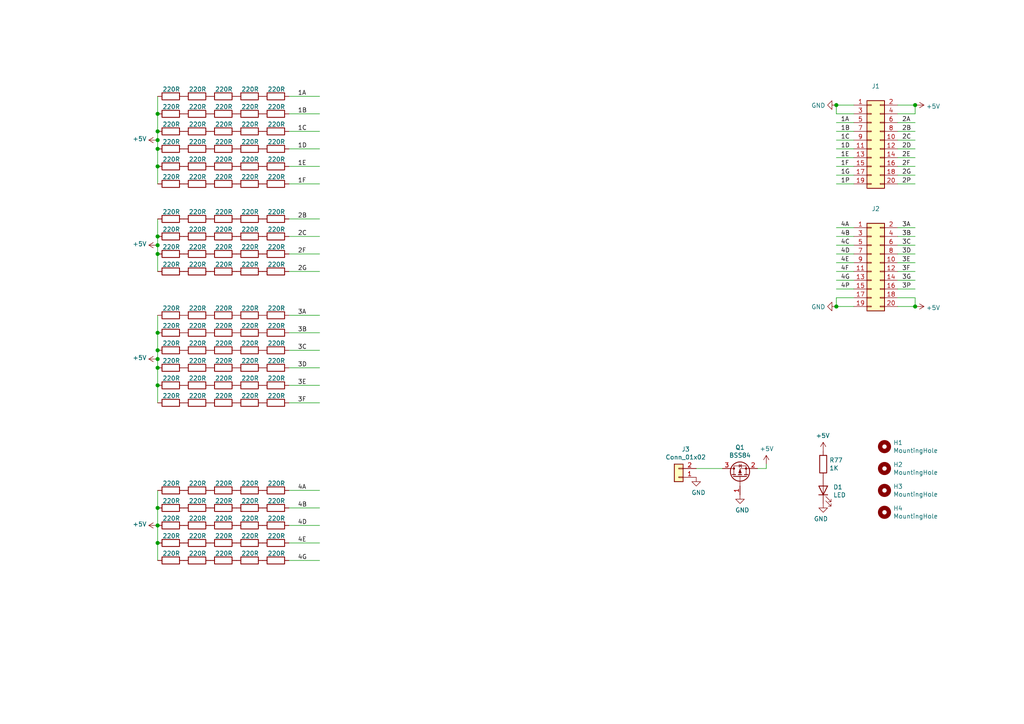
<source format=kicad_sch>
(kicad_sch (version 20201015) (generator eeschema)
  (paper "A4")
  (lib_symbols
    (symbol "Connector_Generic:Conn_01x02" (pin_names (offset 1.016) hide)
      (property "Reference" "J" (at 0 2.54 0))
      (property "Value" "Conn_01x02" (at 0 -5.08 0))
      (symbol "Conn_01x02_1_1"
        (rectangle (start -1.27 -2.413) (end 0 -2.667) (stroke (width 0.1524)))
        (rectangle (start -1.27 0.127) (end 0 -0.127) (stroke (width 0.1524)))
        (rectangle (start -1.27 1.27) (end 1.27 -3.81) (stroke (width 0.254)) (fill (type background)))
        (pin passive line (at -5.08 0 0) (length 3.81) (name "Pin_1") (number "1"))
        (pin passive line (at -5.08 -2.54 0) (length 3.81) (name "Pin_2") (number "2"))
      )
    )
    (symbol "Connector_Generic:Conn_02x10_Odd_Even" (pin_names (offset 1.016) hide)
      (property "Reference" "J" (at 1.27 12.7 0))
      (property "Value" "Conn_02x10_Odd_Even" (at 1.27 -15.24 0))
      (symbol "Conn_02x10_Odd_Even_1_1"
        (rectangle (start -1.27 -4.953) (end 0 -5.207) (stroke (width 0.1524)))
        (rectangle (start -1.27 -7.493) (end 0 -7.747) (stroke (width 0.1524)))
        (rectangle (start -1.27 -10.033) (end 0 -10.287) (stroke (width 0.1524)))
        (rectangle (start -1.27 -12.573) (end 0 -12.827) (stroke (width 0.1524)))
        (rectangle (start -1.27 -2.413) (end 0 -2.667) (stroke (width 0.1524)))
        (rectangle (start -1.27 2.667) (end 0 2.413) (stroke (width 0.1524)))
        (rectangle (start -1.27 5.207) (end 0 4.953) (stroke (width 0.1524)))
        (rectangle (start -1.27 7.747) (end 0 7.493) (stroke (width 0.1524)))
        (rectangle (start -1.27 10.287) (end 0 10.033) (stroke (width 0.1524)))
        (rectangle (start -1.27 11.43) (end 3.81 -13.97) (stroke (width 0.254)) (fill (type background)))
        (rectangle (start -1.27 0.127) (end 0 -0.127) (stroke (width 0.1524)))
        (rectangle (start 3.81 -4.953) (end 2.54 -5.207) (stroke (width 0.1524)))
        (rectangle (start 3.81 -7.493) (end 2.54 -7.747) (stroke (width 0.1524)))
        (rectangle (start 3.81 -10.033) (end 2.54 -10.287) (stroke (width 0.1524)))
        (rectangle (start 3.81 -12.573) (end 2.54 -12.827) (stroke (width 0.1524)))
        (rectangle (start 3.81 -2.413) (end 2.54 -2.667) (stroke (width 0.1524)))
        (rectangle (start 3.81 2.667) (end 2.54 2.413) (stroke (width 0.1524)))
        (rectangle (start 3.81 5.207) (end 2.54 4.953) (stroke (width 0.1524)))
        (rectangle (start 3.81 7.747) (end 2.54 7.493) (stroke (width 0.1524)))
        (rectangle (start 3.81 10.287) (end 2.54 10.033) (stroke (width 0.1524)))
        (rectangle (start 3.81 0.127) (end 2.54 -0.127) (stroke (width 0.1524)))
        (pin passive line (at -5.08 10.16 0) (length 3.81) (name "Pin_1") (number "1"))
        (pin passive line (at 7.62 0 180) (length 3.81) (name "Pin_10") (number "10"))
        (pin passive line (at -5.08 -2.54 0) (length 3.81) (name "Pin_11") (number "11"))
        (pin passive line (at 7.62 -2.54 180) (length 3.81) (name "Pin_12") (number "12"))
        (pin passive line (at -5.08 -5.08 0) (length 3.81) (name "Pin_13") (number "13"))
        (pin passive line (at 7.62 -5.08 180) (length 3.81) (name "Pin_14") (number "14"))
        (pin passive line (at -5.08 -7.62 0) (length 3.81) (name "Pin_15") (number "15"))
        (pin passive line (at 7.62 -7.62 180) (length 3.81) (name "Pin_16") (number "16"))
        (pin passive line (at -5.08 -10.16 0) (length 3.81) (name "Pin_17") (number "17"))
        (pin passive line (at 7.62 -10.16 180) (length 3.81) (name "Pin_18") (number "18"))
        (pin passive line (at -5.08 -12.7 0) (length 3.81) (name "Pin_19") (number "19"))
        (pin passive line (at 7.62 10.16 180) (length 3.81) (name "Pin_2") (number "2"))
        (pin passive line (at 7.62 -12.7 180) (length 3.81) (name "Pin_20") (number "20"))
        (pin passive line (at -5.08 7.62 0) (length 3.81) (name "Pin_3") (number "3"))
        (pin passive line (at 7.62 7.62 180) (length 3.81) (name "Pin_4") (number "4"))
        (pin passive line (at -5.08 5.08 0) (length 3.81) (name "Pin_5") (number "5"))
        (pin passive line (at 7.62 5.08 180) (length 3.81) (name "Pin_6") (number "6"))
        (pin passive line (at -5.08 2.54 0) (length 3.81) (name "Pin_7") (number "7"))
        (pin passive line (at 7.62 2.54 180) (length 3.81) (name "Pin_8") (number "8"))
        (pin passive line (at -5.08 0 0) (length 3.81) (name "Pin_9") (number "9"))
      )
    )
    (symbol "Device:LED" (pin_numbers hide) (pin_names (offset 1.016) hide)
      (property "Reference" "D" (at 0 2.54 0))
      (property "Value" "LED" (at 0 -2.54 0))
      (symbol "LED_0_1"
        (polyline (pts (xy -1.27 -1.27) (xy -1.27 1.27)) (stroke (width 0.254)))
        (polyline (pts (xy -1.27 0) (xy 1.27 0)))
        (polyline (pts (xy 1.27 -1.27) (xy 1.27 1.27) (xy -1.27 0) (xy 1.27 -1.27)) (stroke (width 0.254)))
        (polyline (pts (xy -3.048 -0.762) (xy -4.572 -2.286) (xy -3.81 -2.286) (xy -4.572 -2.286) (xy -4.572 -1.524)))
        (polyline (pts (xy -1.778 -0.762) (xy -3.302 -2.286) (xy -2.54 -2.286) (xy -3.302 -2.286) (xy -3.302 -1.524)))
      )
      (symbol "LED_1_1"
        (pin passive line (at -3.81 0 0) (length 2.54) (name "K") (number "1"))
        (pin passive line (at 3.81 0 180) (length 2.54) (name "A") (number "2"))
      )
    )
    (symbol "Device:R" (pin_numbers hide) (pin_names (offset 0))
      (property "Reference" "R" (at 2.032 0 90))
      (property "Value" "R" (at 0 0 90))
      (symbol "R_0_1"
        (rectangle (start -1.016 -2.54) (end 1.016 2.54) (stroke (width 0.254)))
      )
      (symbol "R_1_1"
        (pin passive line (at 0 3.81 270) (length 1.27) (name "~") (number "1"))
        (pin passive line (at 0 -3.81 90) (length 1.27) (name "~") (number "2"))
      )
    )
    (symbol "Mechanical:MountingHole" (pin_names (offset 1.016))
      (property "Reference" "H" (at 0 5.08 0))
      (property "Value" "MountingHole" (at 0 3.175 0))
      (symbol "MountingHole_0_1"
        (circle (center 0 0) (radius 1.27) (stroke (width 1.27)))
      )
    )
    (symbol "Transistor_FET:BSS84" (pin_names hide)
      (property "Reference" "Q" (at 5.08 1.905 0))
      (property "Value" "BSS84" (at 5.08 0 0))
      (symbol "BSS84_0_1"
        (circle (center 1.651 0) (radius 2.794) (stroke (width 0.254)))
        (circle (center 2.54 -1.778) (radius 0.254) (fill (type outline)))
        (circle (center 2.54 1.778) (radius 0.254) (fill (type outline)))
        (polyline (pts (xy 0.254 0) (xy -2.54 0)))
        (polyline (pts (xy 0.254 1.905) (xy 0.254 -1.905)) (stroke (width 0.254)))
        (polyline (pts (xy 0.762 -1.27) (xy 0.762 -2.286)) (stroke (width 0.254)))
        (polyline (pts (xy 0.762 0.508) (xy 0.762 -0.508)) (stroke (width 0.254)))
        (polyline (pts (xy 0.762 2.286) (xy 0.762 1.27)) (stroke (width 0.254)))
        (polyline (pts (xy 2.54 2.54) (xy 2.54 1.778)))
        (polyline (pts (xy 2.54 -2.54) (xy 2.54 0) (xy 0.762 0)))
        (polyline (pts (xy 0.762 1.778) (xy 3.302 1.778) (xy 3.302 -1.778) (xy 0.762 -1.778)))
        (polyline (pts (xy 2.286 0) (xy 1.27 0.381) (xy 1.27 -0.381) (xy 2.286 0)) (fill (type outline)))
        (polyline (pts (xy 2.794 -0.508) (xy 2.921 -0.381) (xy 3.683 -0.381) (xy 3.81 -0.254)))
        (polyline (pts (xy 3.302 -0.381) (xy 2.921 0.254) (xy 3.683 0.254) (xy 3.302 -0.381)))
      )
      (symbol "BSS84_1_1"
        (pin input line (at -5.08 0 0) (length 2.54) (name "G") (number "1"))
        (pin passive line (at 2.54 -5.08 90) (length 2.54) (name "S") (number "2"))
        (pin passive line (at 2.54 5.08 270) (length 2.54) (name "D") (number "3"))
      )
    )
    (symbol "power:+5V" (power) (pin_names (offset 0))
      (property "Value" "+5V" (at 0 3.556 0))
      (symbol "+5V_0_1"
        (polyline (pts (xy -0.762 1.27) (xy 0 2.54)))
        (polyline (pts (xy 0 0) (xy 0 2.54)))
        (polyline (pts (xy 0 2.54) (xy 0.762 1.27)))
      )
      (symbol "+5V_1_1"
        (pin power_in line (at 0 0 90) (length 0) hide (name "+5V") (number "1"))
      )
    )
    (symbol "power:GND" (power) (pin_names (offset 0))
      (property "Value" "GND" (at 0 -3.81 0))
      (symbol "GND_0_1"
        (polyline (pts (xy 0 0) (xy 0 -1.27) (xy 1.27 -1.27) (xy 0 -2.54) (xy -1.27 -1.27) (xy 0 -1.27)))
      )
      (symbol "GND_1_1"
        (pin power_in line (at 0 0 270) (length 0) hide (name "GND") (number "1"))
      )
    )
  )
  (junction (at 45.72 33.02) (diameter 1.016))
  (junction (at 45.72 38.1) (diameter 1.016))
  (junction (at 45.72 40.64) (diameter 1.016))
  (junction (at 45.72 43.18) (diameter 1.016))
  (junction (at 45.72 48.26) (diameter 1.016))
  (junction (at 45.72 68.58) (diameter 1.016))
  (junction (at 45.72 71.12) (diameter 1.016))
  (junction (at 45.72 73.66) (diameter 1.016))
  (junction (at 45.72 96.52) (diameter 1.016))
  (junction (at 45.72 101.6) (diameter 1.016))
  (junction (at 45.72 104.14) (diameter 1.016))
  (junction (at 45.72 106.68) (diameter 1.016))
  (junction (at 45.72 111.76) (diameter 1.016))
  (junction (at 45.72 147.32) (diameter 1.016))
  (junction (at 45.72 152.4) (diameter 1.016))
  (junction (at 45.72 157.48) (diameter 1.016))
  (junction (at 242.57 30.48) (diameter 1.016))
  (junction (at 242.57 88.9) (diameter 1.016))
  (junction (at 265.43 30.48) (diameter 1.016))
  (junction (at 265.43 88.9) (diameter 1.016))
  (wire (pts (xy 45.72 27.94) (xy 45.72 33.02)))
  (wire (pts (xy 45.72 33.02) (xy 45.72 38.1)))
  (wire (pts (xy 45.72 38.1) (xy 45.72 40.64)))
  (wire (pts (xy 45.72 40.64) (xy 45.72 43.18)))
  (wire (pts (xy 45.72 43.18) (xy 45.72 48.26)))
  (wire (pts (xy 45.72 48.26) (xy 45.72 53.34)))
  (wire (pts (xy 45.72 63.5) (xy 45.72 68.58)))
  (wire (pts (xy 45.72 68.58) (xy 45.72 71.12)))
  (wire (pts (xy 45.72 71.12) (xy 45.72 73.66)))
  (wire (pts (xy 45.72 73.66) (xy 45.72 78.74)))
  (wire (pts (xy 45.72 91.44) (xy 45.72 96.52)))
  (wire (pts (xy 45.72 96.52) (xy 45.72 101.6)))
  (wire (pts (xy 45.72 101.6) (xy 45.72 104.14)))
  (wire (pts (xy 45.72 104.14) (xy 45.72 106.68)))
  (wire (pts (xy 45.72 106.68) (xy 45.72 111.76)))
  (wire (pts (xy 45.72 111.76) (xy 45.72 116.84)))
  (wire (pts (xy 45.72 142.24) (xy 45.72 147.32)))
  (wire (pts (xy 45.72 147.32) (xy 45.72 152.4)))
  (wire (pts (xy 45.72 152.4) (xy 45.72 157.48)))
  (wire (pts (xy 45.72 157.48) (xy 45.72 162.56)))
  (wire (pts (xy 83.82 27.94) (xy 92.71 27.94)))
  (wire (pts (xy 83.82 33.02) (xy 92.71 33.02)))
  (wire (pts (xy 83.82 38.1) (xy 92.71 38.1)))
  (wire (pts (xy 83.82 43.18) (xy 92.71 43.18)))
  (wire (pts (xy 83.82 48.26) (xy 92.71 48.26)))
  (wire (pts (xy 83.82 53.34) (xy 92.71 53.34)))
  (wire (pts (xy 83.82 63.5) (xy 92.71 63.5)))
  (wire (pts (xy 83.82 68.58) (xy 92.71 68.58)))
  (wire (pts (xy 83.82 73.66) (xy 92.71 73.66)))
  (wire (pts (xy 83.82 78.74) (xy 92.71 78.74)))
  (wire (pts (xy 83.82 91.44) (xy 92.71 91.44)))
  (wire (pts (xy 83.82 96.52) (xy 92.71 96.52)))
  (wire (pts (xy 83.82 101.6) (xy 92.71 101.6)))
  (wire (pts (xy 83.82 106.68) (xy 92.71 106.68)))
  (wire (pts (xy 83.82 111.76) (xy 92.71 111.76)))
  (wire (pts (xy 83.82 116.84) (xy 92.71 116.84)))
  (wire (pts (xy 83.82 142.24) (xy 92.71 142.24)))
  (wire (pts (xy 83.82 147.32) (xy 92.71 147.32)))
  (wire (pts (xy 83.82 152.4) (xy 92.71 152.4)))
  (wire (pts (xy 83.82 157.48) (xy 92.71 157.48)))
  (wire (pts (xy 83.82 162.56) (xy 92.71 162.56)))
  (wire (pts (xy 201.93 135.89) (xy 209.55 135.89)))
  (wire (pts (xy 219.71 135.89) (xy 222.25 135.89)))
  (wire (pts (xy 222.25 135.89) (xy 222.25 134.62)))
  (wire (pts (xy 242.57 30.48) (xy 247.65 30.48)))
  (wire (pts (xy 242.57 33.02) (xy 242.57 30.48)))
  (wire (pts (xy 242.57 33.02) (xy 247.65 33.02)))
  (wire (pts (xy 242.57 35.56) (xy 247.65 35.56)))
  (wire (pts (xy 242.57 38.1) (xy 247.65 38.1)))
  (wire (pts (xy 242.57 40.64) (xy 247.65 40.64)))
  (wire (pts (xy 242.57 43.18) (xy 247.65 43.18)))
  (wire (pts (xy 242.57 45.72) (xy 247.65 45.72)))
  (wire (pts (xy 242.57 48.26) (xy 247.65 48.26)))
  (wire (pts (xy 242.57 50.8) (xy 247.65 50.8)))
  (wire (pts (xy 242.57 53.34) (xy 247.65 53.34)))
  (wire (pts (xy 242.57 66.04) (xy 247.65 66.04)))
  (wire (pts (xy 242.57 68.58) (xy 247.65 68.58)))
  (wire (pts (xy 242.57 71.12) (xy 247.65 71.12)))
  (wire (pts (xy 242.57 73.66) (xy 247.65 73.66)))
  (wire (pts (xy 242.57 76.2) (xy 247.65 76.2)))
  (wire (pts (xy 242.57 78.74) (xy 247.65 78.74)))
  (wire (pts (xy 242.57 81.28) (xy 247.65 81.28)))
  (wire (pts (xy 242.57 83.82) (xy 247.65 83.82)))
  (wire (pts (xy 242.57 86.36) (xy 242.57 88.9)))
  (wire (pts (xy 242.57 86.36) (xy 247.65 86.36)))
  (wire (pts (xy 242.57 88.9) (xy 247.65 88.9)))
  (wire (pts (xy 260.35 30.48) (xy 265.43 30.48)))
  (wire (pts (xy 260.35 33.02) (xy 265.43 33.02)))
  (wire (pts (xy 260.35 35.56) (xy 265.43 35.56)))
  (wire (pts (xy 260.35 38.1) (xy 265.43 38.1)))
  (wire (pts (xy 260.35 40.64) (xy 265.43 40.64)))
  (wire (pts (xy 260.35 43.18) (xy 265.43 43.18)))
  (wire (pts (xy 260.35 45.72) (xy 265.43 45.72)))
  (wire (pts (xy 260.35 48.26) (xy 265.43 48.26)))
  (wire (pts (xy 260.35 50.8) (xy 265.43 50.8)))
  (wire (pts (xy 260.35 53.34) (xy 265.43 53.34)))
  (wire (pts (xy 260.35 66.04) (xy 265.43 66.04)))
  (wire (pts (xy 260.35 68.58) (xy 265.43 68.58)))
  (wire (pts (xy 260.35 71.12) (xy 265.43 71.12)))
  (wire (pts (xy 260.35 73.66) (xy 265.43 73.66)))
  (wire (pts (xy 260.35 76.2) (xy 265.43 76.2)))
  (wire (pts (xy 260.35 78.74) (xy 265.43 78.74)))
  (wire (pts (xy 260.35 81.28) (xy 265.43 81.28)))
  (wire (pts (xy 260.35 83.82) (xy 265.43 83.82)))
  (wire (pts (xy 260.35 86.36) (xy 265.43 86.36)))
  (wire (pts (xy 260.35 88.9) (xy 265.43 88.9)))
  (wire (pts (xy 265.43 30.48) (xy 265.43 33.02)))
  (wire (pts (xy 265.43 86.36) (xy 265.43 88.9)))
  (label "1A" (at 86.36 27.94 0))
  (label "1B" (at 86.36 33.02 0))
  (label "1C" (at 86.36 38.1 0))
  (label "1D" (at 86.36 43.18 0))
  (label "1E" (at 86.36 48.26 0))
  (label "1F" (at 86.36 53.34 0))
  (label "2B" (at 86.36 63.5 0))
  (label "2C" (at 86.36 68.58 0))
  (label "2F" (at 86.36 73.66 0))
  (label "2G" (at 86.36 78.74 0))
  (label "3A" (at 86.36 91.44 0))
  (label "3B" (at 86.36 96.52 0))
  (label "3C" (at 86.36 101.6 0))
  (label "3D" (at 86.36 106.68 0))
  (label "3E" (at 86.36 111.76 0))
  (label "3F" (at 86.36 116.84 0))
  (label "4A" (at 86.36 142.24 0))
  (label "4B" (at 86.36 147.32 0))
  (label "4D" (at 86.36 152.4 0))
  (label "4E" (at 86.36 157.48 0))
  (label "4G" (at 86.36 162.56 0))
  (label "1A" (at 243.84 35.56 0))
  (label "1B" (at 243.84 38.1 0))
  (label "1C" (at 243.84 40.64 0))
  (label "1D" (at 243.84 43.18 0))
  (label "1E" (at 243.84 45.72 0))
  (label "1F" (at 243.84 48.26 0))
  (label "1G" (at 243.84 50.8 0))
  (label "1P" (at 243.84 53.34 0))
  (label "4A" (at 243.84 66.04 0))
  (label "4B" (at 243.84 68.58 0))
  (label "4C" (at 243.84 71.12 0))
  (label "4D" (at 243.84 73.66 0))
  (label "4E" (at 243.84 76.2 0))
  (label "4F" (at 243.84 78.74 0))
  (label "4G" (at 243.84 81.28 0))
  (label "4P" (at 243.84 83.82 0))
  (label "2A" (at 261.62 35.56 0))
  (label "2B" (at 261.62 38.1 0))
  (label "2C" (at 261.62 40.64 0))
  (label "2D" (at 261.62 43.18 0))
  (label "2E" (at 261.62 45.72 0))
  (label "2F" (at 261.62 48.26 0))
  (label "2G" (at 261.62 50.8 0))
  (label "2P" (at 261.62 53.34 0))
  (label "3A" (at 261.62 66.04 0))
  (label "3B" (at 261.62 68.58 0))
  (label "3C" (at 261.62 71.12 0))
  (label "3D" (at 261.62 73.66 0))
  (label "3E" (at 261.62 76.2 0))
  (label "3F" (at 261.62 78.74 0))
  (label "3G" (at 261.62 81.28 0))
  (label "3P" (at 261.62 83.82 0))
  (symbol (lib_id "power:+5V") (at 45.72 40.64 90) (unit 1)
    (property "Reference" "#PWR01" (effects hide))
    (property "Value" "+5V" (at 42.5449 40.2717 90) (effects (justify left)))
  )
  (symbol (lib_id "power:+5V") (at 45.72 71.12 90) (unit 1)
    (property "Reference" "#PWR02" (effects hide))
    (property "Value" "+5V" (at 42.5449 70.7517 90) (effects (justify left)))
  )
  (symbol (lib_id "power:+5V") (at 45.72 104.14 90) (unit 1)
    (property "Reference" "#PWR03" (effects hide))
    (property "Value" "+5V" (at 42.5449 103.7717 90) (effects (justify left)))
  )
  (symbol (lib_id "power:+5V") (at 45.72 152.4 90) (unit 1)
    (property "Reference" "#PWR04" (effects hide))
    (property "Value" "+5V" (at 42.5449 152.0317 90) (effects (justify left)))
  )
  (symbol (lib_id "power:+5V") (at 222.25 134.62 0) (mirror y) (unit 1)
    (property "Reference" "#PWR07" (effects hide))
    (property "Value" "+5V" (at 224.4217 130.1749 0) (effects (justify left)))
  )
  (symbol (lib_id "power:+5V") (at 238.76 130.81 0) (unit 1)
    (property "Reference" "#PWR0104" (effects hide))
    (property "Value" "+5V" (at 236.5883 126.3649 0) (effects (justify left)))
  )
  (symbol (lib_id "power:+5V") (at 265.43 30.48 270) (unit 1)
    (property "Reference" "#PWR0103" (effects hide))
    (property "Value" "+5V" (at 268.6051 30.8483 90) (effects (justify left)))
  )
  (symbol (lib_id "power:+5V") (at 265.43 88.9 270) (unit 1)
    (property "Reference" "#PWR0105" (effects hide))
    (property "Value" "+5V" (at 268.6051 89.2683 90) (effects (justify left)))
  )
  (symbol (lib_id "power:GND") (at 201.93 138.43 0) (mirror y) (unit 1)
    (property "Reference" "#PWR05" (effects hide))
    (property "Value" "GND" (at 200.5457 142.875 0) (effects (justify right)))
  )
  (symbol (lib_id "power:GND") (at 214.63 143.51 0) (mirror y) (unit 1)
    (property "Reference" "#PWR06" (effects hide))
    (property "Value" "GND" (at 213.2457 147.955 0) (effects (justify right)))
  )
  (symbol (lib_id "power:GND") (at 238.76 146.05 0) (unit 1)
    (property "Reference" "#PWR08" (effects hide))
    (property "Value" "GND" (at 240.1443 150.495 0) (effects (justify right)))
  )
  (symbol (lib_id "power:GND") (at 242.57 30.48 270) (unit 1)
    (property "Reference" "#PWR0102" (effects hide))
    (property "Value" "GND" (at 239.395 30.5943 90) (effects (justify right)))
  )
  (symbol (lib_id "power:GND") (at 242.57 88.9 270) (unit 1)
    (property "Reference" "#PWR0101" (effects hide))
    (property "Value" "GND" (at 239.395 89.0143 90) (effects (justify right)))
  )
  (symbol (lib_id "Mechanical:MountingHole") (at 256.54 129.54 0) (unit 1)
    (property "Reference" "H1" (at 259.0801 128.3906 0) (effects (justify left)))
    (property "Value" "MountingHole" (at 259.0801 130.6893 0) (effects (justify left)))
    (property "Footprint" "MountingHole:MountingHole_3.2mm_M3" (effects hide))
  )
  (symbol (lib_id "Mechanical:MountingHole") (at 256.54 135.89 0) (unit 1)
    (property "Reference" "H2" (at 259.0801 134.7406 0) (effects (justify left)))
    (property "Value" "MountingHole" (at 259.0801 137.0393 0) (effects (justify left)))
    (property "Footprint" "MountingHole:MountingHole_3.2mm_M3" (effects hide))
  )
  (symbol (lib_id "Mechanical:MountingHole") (at 256.54 142.24 0) (unit 1)
    (property "Reference" "H3" (at 259.0801 141.0906 0) (effects (justify left)))
    (property "Value" "MountingHole" (at 259.0801 143.3893 0) (effects (justify left)))
    (property "Footprint" "MountingHole:MountingHole_3.2mm_M3" (effects hide))
  )
  (symbol (lib_id "Mechanical:MountingHole") (at 256.54 148.59 0) (unit 1)
    (property "Reference" "H4" (at 259.0801 147.4406 0) (effects (justify left)))
    (property "Value" "MountingHole" (at 259.0801 149.7393 0) (effects (justify left)))
    (property "Footprint" "MountingHole:MountingHole_3.2mm_M3" (effects hide))
  )
  (symbol (lib_id "Device:R") (at 49.53 27.94 270) (unit 1)
    (property "Reference" "R1" (effects hide))
    (property "Value" "220R" (at 47.1107 25.9081 90) (effects (justify left)))
    (property "Footprint" "Resistor_SMD:R_0402_1005Metric_Pad0.72x0.64mm_HandSolder" (effects hide))
  )
  (symbol (lib_id "Device:R") (at 49.53 33.02 270) (unit 1)
    (property "Reference" "R2" (effects hide))
    (property "Value" "220R" (at 47.1107 30.9881 90) (effects (justify left)))
    (property "Footprint" "Resistor_SMD:R_0402_1005Metric_Pad0.72x0.64mm_HandSolder" (effects hide))
  )
  (symbol (lib_id "Device:R") (at 49.53 38.1 270) (unit 1)
    (property "Reference" "R10" (effects hide))
    (property "Value" "220R" (at 47.1107 36.0681 90) (effects (justify left)))
    (property "Footprint" "Resistor_SMD:R_0402_1005Metric_Pad0.72x0.64mm_HandSolder" (effects hide))
  )
  (symbol (lib_id "Device:R") (at 49.53 43.18 270) (unit 1)
    (property "Reference" "R11" (effects hide))
    (property "Value" "220R" (at 47.1107 41.1481 90) (effects (justify left)))
    (property "Footprint" "Resistor_SMD:R_0402_1005Metric_Pad0.72x0.64mm_HandSolder" (effects hide))
  )
  (symbol (lib_id "Device:R") (at 49.53 48.26 270) (unit 1)
    (property "Reference" "R12" (effects hide))
    (property "Value" "220R" (at 47.1107 46.2281 90) (effects (justify left)))
    (property "Footprint" "Resistor_SMD:R_0402_1005Metric_Pad0.72x0.64mm_HandSolder" (effects hide))
  )
  (symbol (lib_id "Device:R") (at 49.53 53.34 270) (unit 1)
    (property "Reference" "R17" (effects hide))
    (property "Value" "220R" (at 47.1107 51.3081 90) (effects (justify left)))
    (property "Footprint" "Resistor_SMD:R_0402_1005Metric_Pad0.72x0.64mm_HandSolder" (effects hide))
  )
  (symbol (lib_id "Device:R") (at 49.53 63.5 270) (unit 1)
    (property "Reference" "R3" (effects hide))
    (property "Value" "220R" (at 47.1107 61.4681 90) (effects (justify left)))
    (property "Footprint" "Resistor_SMD:R_0402_1005Metric_Pad0.72x0.64mm_HandSolder" (effects hide))
  )
  (symbol (lib_id "Device:R") (at 49.53 68.58 270) (unit 1)
    (property "Reference" "R5" (effects hide))
    (property "Value" "220R" (at 47.1107 66.5481 90) (effects (justify left)))
    (property "Footprint" "Resistor_SMD:R_0402_1005Metric_Pad0.72x0.64mm_HandSolder" (effects hide))
  )
  (symbol (lib_id "Device:R") (at 49.53 73.66 270) (unit 1)
    (property "Reference" "R6" (effects hide))
    (property "Value" "220R" (at 47.1107 71.6281 90) (effects (justify left)))
    (property "Footprint" "Resistor_SMD:R_0402_1005Metric_Pad0.72x0.64mm_HandSolder" (effects hide))
  )
  (symbol (lib_id "Device:R") (at 49.53 78.74 270) (unit 1)
    (property "Reference" "R7" (effects hide))
    (property "Value" "220R" (at 47.1107 76.7081 90) (effects (justify left)))
    (property "Footprint" "Resistor_SMD:R_0402_1005Metric" (effects hide))
  )
  (symbol (lib_id "Device:R") (at 49.53 91.44 270) (unit 1)
    (property "Reference" "R8" (effects hide))
    (property "Value" "220R" (at 47.1107 89.4081 90) (effects (justify left)))
    (property "Footprint" "Resistor_SMD:R_0402_1005Metric" (effects hide))
  )
  (symbol (lib_id "Device:R") (at 49.53 96.52 270) (unit 1)
    (property "Reference" "R9" (effects hide))
    (property "Value" "220R" (at 47.1107 94.4881 90) (effects (justify left)))
    (property "Footprint" "Resistor_SMD:R_0402_1005Metric" (effects hide))
  )
  (symbol (lib_id "Device:R") (at 49.53 101.6 270) (unit 1)
    (property "Reference" "R31" (effects hide))
    (property "Value" "220R" (at 47.1107 99.5681 90) (effects (justify left)))
    (property "Footprint" "Resistor_SMD:R_0402_1005Metric" (effects hide))
  )
  (symbol (lib_id "Device:R") (at 49.53 106.68 270) (unit 1)
    (property "Reference" "R36" (effects hide))
    (property "Value" "220R" (at 47.1107 104.6481 90) (effects (justify left)))
    (property "Footprint" "Resistor_SMD:R_0402_1005Metric" (effects hide))
  )
  (symbol (lib_id "Device:R") (at 49.53 111.76 270) (unit 1)
    (property "Reference" "R48" (effects hide))
    (property "Value" "220R" (at 47.1107 109.7281 90) (effects (justify left)))
    (property "Footprint" "Resistor_SMD:R_0402_1005Metric" (effects hide))
  )
  (symbol (lib_id "Device:R") (at 49.53 116.84 270) (unit 1)
    (property "Reference" "R13" (effects hide))
    (property "Value" "220R" (at 47.1107 114.8081 90) (effects (justify left)))
    (property "Footprint" "Resistor_SMD:R_0402_1005Metric" (effects hide))
  )
  (symbol (lib_id "Device:R") (at 49.53 142.24 270) (unit 1)
    (property "Reference" "R14" (effects hide))
    (property "Value" "220R" (at 47.1107 140.2081 90) (effects (justify left)))
    (property "Footprint" "Resistor_SMD:R_0402_1005Metric" (effects hide))
  )
  (symbol (lib_id "Device:R") (at 49.53 147.32 270) (unit 1)
    (property "Reference" "R15" (effects hide))
    (property "Value" "220R" (at 47.1107 145.2881 90) (effects (justify left)))
    (property "Footprint" "Resistor_SMD:R_0402_1005Metric" (effects hide))
  )
  (symbol (lib_id "Device:R") (at 49.53 152.4 270) (unit 1)
    (property "Reference" "R16" (effects hide))
    (property "Value" "220R" (at 47.1107 150.3681 90) (effects (justify left)))
    (property "Footprint" "Resistor_SMD:R_0402_1005Metric" (effects hide))
  )
  (symbol (lib_id "Device:R") (at 49.53 157.48 270) (unit 1)
    (property "Reference" "R18" (effects hide))
    (property "Value" "220R" (at 47.1107 155.4481 90) (effects (justify left)))
    (property "Footprint" "Resistor_SMD:R_0402_1005Metric" (effects hide))
  )
  (symbol (lib_id "Device:R") (at 49.53 162.56 270) (unit 1)
    (property "Reference" "R19" (effects hide))
    (property "Value" "220R" (at 47.1107 160.5281 90) (effects (justify left)))
    (property "Footprint" "Resistor_SMD:R_0402_1005Metric" (effects hide))
  )
  (symbol (lib_id "Device:R") (at 57.15 27.94 270) (unit 1)
    (property "Reference" "R20" (effects hide))
    (property "Value" "220R" (at 54.7307 25.9081 90) (effects (justify left)))
    (property "Footprint" "Resistor_SMD:R_0402_1005Metric_Pad0.72x0.64mm_HandSolder" (effects hide))
  )
  (symbol (lib_id "Device:R") (at 57.15 33.02 270) (unit 1)
    (property "Reference" "R21" (effects hide))
    (property "Value" "220R" (at 54.7307 30.9881 90) (effects (justify left)))
    (property "Footprint" "Resistor_SMD:R_0402_1005Metric_Pad0.72x0.64mm_HandSolder" (effects hide))
  )
  (symbol (lib_id "Device:R") (at 57.15 38.1 270) (unit 1)
    (property "Reference" "R49" (effects hide))
    (property "Value" "220R" (at 54.7307 36.0681 90) (effects (justify left)))
    (property "Footprint" "Resistor_SMD:R_0402_1005Metric_Pad0.72x0.64mm_HandSolder" (effects hide))
  )
  (symbol (lib_id "Device:R") (at 57.15 43.18 270) (unit 1)
    (property "Reference" "R50" (effects hide))
    (property "Value" "220R" (at 54.7307 41.1481 90) (effects (justify left)))
    (property "Footprint" "Resistor_SMD:R_0402_1005Metric_Pad0.72x0.64mm_HandSolder" (effects hide))
  )
  (symbol (lib_id "Device:R") (at 57.15 48.26 270) (unit 1)
    (property "Reference" "R55" (effects hide))
    (property "Value" "220R" (at 54.7307 46.2281 90) (effects (justify left)))
    (property "Footprint" "Resistor_SMD:R_0402_1005Metric_Pad0.72x0.64mm_HandSolder" (effects hide))
  )
  (symbol (lib_id "Device:R") (at 57.15 53.34 270) (unit 1)
    (property "Reference" "R67" (effects hide))
    (property "Value" "220R" (at 54.7307 51.3081 90) (effects (justify left)))
    (property "Footprint" "Resistor_SMD:R_0402_1005Metric_Pad0.72x0.64mm_HandSolder" (effects hide))
  )
  (symbol (lib_id "Device:R") (at 57.15 63.5 270) (unit 1)
    (property "Reference" "R22" (effects hide))
    (property "Value" "220R" (at 54.7307 61.4681 90) (effects (justify left)))
    (property "Footprint" "Resistor_SMD:R_0402_1005Metric_Pad0.72x0.64mm_HandSolder" (effects hide))
  )
  (symbol (lib_id "Device:R") (at 57.15 68.58 270) (unit 1)
    (property "Reference" "R24" (effects hide))
    (property "Value" "220R" (at 54.7307 66.5481 90) (effects (justify left)))
    (property "Footprint" "Resistor_SMD:R_0402_1005Metric_Pad0.72x0.64mm_HandSolder" (effects hide))
  )
  (symbol (lib_id "Device:R") (at 57.15 73.66 270) (unit 1)
    (property "Reference" "R25" (effects hide))
    (property "Value" "220R" (at 54.7307 71.6281 90) (effects (justify left)))
    (property "Footprint" "Resistor_SMD:R_0402_1005Metric_Pad0.72x0.64mm_HandSolder" (effects hide))
  )
  (symbol (lib_id "Device:R") (at 57.15 78.74 270) (unit 1)
    (property "Reference" "R26" (effects hide))
    (property "Value" "220R" (at 54.7307 76.7081 90) (effects (justify left)))
    (property "Footprint" "Resistor_SMD:R_0402_1005Metric" (effects hide))
  )
  (symbol (lib_id "Device:R") (at 57.15 91.44 270) (unit 1)
    (property "Reference" "R27" (effects hide))
    (property "Value" "220R" (at 54.7307 89.4081 90) (effects (justify left)))
    (property "Footprint" "Resistor_SMD:R_0402_1005Metric" (effects hide))
  )
  (symbol (lib_id "Device:R") (at 57.15 96.52 270) (unit 1)
    (property "Reference" "R28" (effects hide))
    (property "Value" "220R" (at 54.7307 94.4881 90) (effects (justify left)))
    (property "Footprint" "Resistor_SMD:R_0402_1005Metric" (effects hide))
  )
  (symbol (lib_id "Device:R") (at 57.15 101.6 270) (unit 1)
    (property "Reference" "R74" (effects hide))
    (property "Value" "220R" (at 54.7307 99.5681 90) (effects (justify left)))
    (property "Footprint" "Resistor_SMD:R_0402_1005Metric" (effects hide))
  )
  (symbol (lib_id "Device:R") (at 57.15 106.68 270) (unit 1)
    (property "Reference" "R87" (effects hide))
    (property "Value" "220R" (at 54.7307 104.6481 90) (effects (justify left)))
    (property "Footprint" "Resistor_SMD:R_0402_1005Metric" (effects hide))
  )
  (symbol (lib_id "Device:R") (at 57.15 111.76 270) (unit 1)
    (property "Reference" "R88" (effects hide))
    (property "Value" "220R" (at 54.7307 109.7281 90) (effects (justify left)))
    (property "Footprint" "Resistor_SMD:R_0402_1005Metric" (effects hide))
  )
  (symbol (lib_id "Device:R") (at 57.15 116.84 270) (unit 1)
    (property "Reference" "R32" (effects hide))
    (property "Value" "220R" (at 54.7307 114.8081 90) (effects (justify left)))
    (property "Footprint" "Resistor_SMD:R_0402_1005Metric" (effects hide))
  )
  (symbol (lib_id "Device:R") (at 57.15 142.24 270) (unit 1)
    (property "Reference" "R33" (effects hide))
    (property "Value" "220R" (at 54.7307 140.2081 90) (effects (justify left)))
    (property "Footprint" "Resistor_SMD:R_0402_1005Metric" (effects hide))
  )
  (symbol (lib_id "Device:R") (at 57.15 147.32 270) (unit 1)
    (property "Reference" "R34" (effects hide))
    (property "Value" "220R" (at 54.7307 145.2881 90) (effects (justify left)))
    (property "Footprint" "Resistor_SMD:R_0402_1005Metric" (effects hide))
  )
  (symbol (lib_id "Device:R") (at 57.15 152.4 270) (unit 1)
    (property "Reference" "R35" (effects hide))
    (property "Value" "220R" (at 54.7307 150.3681 90) (effects (justify left)))
    (property "Footprint" "Resistor_SMD:R_0402_1005Metric" (effects hide))
  )
  (symbol (lib_id "Device:R") (at 57.15 157.48 270) (unit 1)
    (property "Reference" "R37" (effects hide))
    (property "Value" "220R" (at 54.7307 155.4481 90) (effects (justify left)))
    (property "Footprint" "Resistor_SMD:R_0402_1005Metric" (effects hide))
  )
  (symbol (lib_id "Device:R") (at 57.15 162.56 270) (unit 1)
    (property "Reference" "R38" (effects hide))
    (property "Value" "220R" (at 54.7307 160.5281 90) (effects (justify left)))
    (property "Footprint" "Resistor_SMD:R_0402_1005Metric" (effects hide))
  )
  (symbol (lib_id "Device:R") (at 64.77 27.94 270) (unit 1)
    (property "Reference" "R39" (effects hide))
    (property "Value" "220R" (at 62.3507 25.9081 90) (effects (justify left)))
    (property "Footprint" "Resistor_SMD:R_0402_1005Metric_Pad0.72x0.64mm_HandSolder" (effects hide))
  )
  (symbol (lib_id "Device:R") (at 64.77 33.02 270) (unit 1)
    (property "Reference" "R40" (effects hide))
    (property "Value" "220R" (at 62.3507 30.9881 90) (effects (justify left)))
    (property "Footprint" "Resistor_SMD:R_0402_1005Metric_Pad0.72x0.64mm_HandSolder" (effects hide))
  )
  (symbol (lib_id "Device:R") (at 64.77 38.1 270) (unit 1)
    (property "Reference" "R89" (effects hide))
    (property "Value" "220R" (at 62.3507 36.0681 90) (effects (justify left)))
    (property "Footprint" "Resistor_SMD:R_0402_1005Metric_Pad0.72x0.64mm_HandSolder" (effects hide))
  )
  (symbol (lib_id "Device:R") (at 64.77 43.18 270) (unit 1)
    (property "Reference" "R94" (effects hide))
    (property "Value" "220R" (at 62.3507 41.1481 90) (effects (justify left)))
    (property "Footprint" "Resistor_SMD:R_0402_1005Metric_Pad0.72x0.64mm_HandSolder" (effects hide))
  )
  (symbol (lib_id "Device:R") (at 64.77 48.26 270) (unit 1)
    (property "Reference" "R97" (effects hide))
    (property "Value" "220R" (at 62.3507 46.2281 90) (effects (justify left)))
    (property "Footprint" "Resistor_SMD:R_0402_1005Metric_Pad0.72x0.64mm_HandSolder" (effects hide))
  )
  (symbol (lib_id "Device:R") (at 64.77 53.34 270) (unit 1)
    (property "Reference" "R98" (effects hide))
    (property "Value" "220R" (at 62.3507 51.3081 90) (effects (justify left)))
    (property "Footprint" "Resistor_SMD:R_0402_1005Metric_Pad0.72x0.64mm_HandSolder" (effects hide))
  )
  (symbol (lib_id "Device:R") (at 64.77 63.5 270) (unit 1)
    (property "Reference" "R41" (effects hide))
    (property "Value" "220R" (at 62.3507 61.4681 90) (effects (justify left)))
    (property "Footprint" "Resistor_SMD:R_0402_1005Metric_Pad0.72x0.64mm_HandSolder" (effects hide))
  )
  (symbol (lib_id "Device:R") (at 64.77 68.58 270) (unit 1)
    (property "Reference" "R43" (effects hide))
    (property "Value" "220R" (at 62.3507 66.5481 90) (effects (justify left)))
    (property "Footprint" "Resistor_SMD:R_0402_1005Metric_Pad0.72x0.64mm_HandSolder" (effects hide))
  )
  (symbol (lib_id "Device:R") (at 64.77 73.66 270) (unit 1)
    (property "Reference" "R44" (effects hide))
    (property "Value" "220R" (at 62.3507 71.6281 90) (effects (justify left)))
    (property "Footprint" "Resistor_SMD:R_0402_1005Metric_Pad0.72x0.64mm_HandSolder" (effects hide))
  )
  (symbol (lib_id "Device:R") (at 64.77 78.74 270) (unit 1)
    (property "Reference" "R45" (effects hide))
    (property "Value" "220R" (at 62.3507 76.7081 90) (effects (justify left)))
    (property "Footprint" "Resistor_SMD:R_0402_1005Metric" (effects hide))
  )
  (symbol (lib_id "Device:R") (at 64.77 91.44 270) (unit 1)
    (property "Reference" "R46" (effects hide))
    (property "Value" "220R" (at 62.3507 89.4081 90) (effects (justify left)))
    (property "Footprint" "Resistor_SMD:R_0402_1005Metric" (effects hide))
  )
  (symbol (lib_id "Device:R") (at 64.77 96.52 270) (unit 1)
    (property "Reference" "R47" (effects hide))
    (property "Value" "220R" (at 62.3507 94.4881 90) (effects (justify left)))
    (property "Footprint" "Resistor_SMD:R_0402_1005Metric" (effects hide))
  )
  (symbol (lib_id "Device:R") (at 64.77 101.6 270) (unit 1)
    (property "Reference" "R101" (effects hide))
    (property "Value" "220R" (at 62.3507 99.5681 90) (effects (justify left)))
    (property "Footprint" "Resistor_SMD:R_0402_1005Metric" (effects hide))
  )
  (symbol (lib_id "Device:R") (at 64.77 106.68 270) (unit 1)
    (property "Reference" "R102" (effects hide))
    (property "Value" "220R" (at 62.3507 104.6481 90) (effects (justify left)))
    (property "Footprint" "Resistor_SMD:R_0402_1005Metric" (effects hide))
  )
  (symbol (lib_id "Device:R") (at 64.77 111.76 270) (unit 1)
    (property "Reference" "R103" (effects hide))
    (property "Value" "220R" (at 62.3507 109.7281 90) (effects (justify left)))
    (property "Footprint" "Resistor_SMD:R_0402_1005Metric" (effects hide))
  )
  (symbol (lib_id "Device:R") (at 64.77 116.84 270) (unit 1)
    (property "Reference" "R51" (effects hide))
    (property "Value" "220R" (at 62.3507 114.8081 90) (effects (justify left)))
    (property "Footprint" "Resistor_SMD:R_0402_1005Metric" (effects hide))
  )
  (symbol (lib_id "Device:R") (at 64.77 142.24 270) (unit 1)
    (property "Reference" "R52" (effects hide))
    (property "Value" "220R" (at 62.3507 140.2081 90) (effects (justify left)))
    (property "Footprint" "Resistor_SMD:R_0402_1005Metric" (effects hide))
  )
  (symbol (lib_id "Device:R") (at 64.77 147.32 270) (unit 1)
    (property "Reference" "R53" (effects hide))
    (property "Value" "220R" (at 62.3507 145.2881 90) (effects (justify left)))
    (property "Footprint" "Resistor_SMD:R_0402_1005Metric" (effects hide))
  )
  (symbol (lib_id "Device:R") (at 64.77 152.4 270) (unit 1)
    (property "Reference" "R54" (effects hide))
    (property "Value" "220R" (at 62.3507 150.3681 90) (effects (justify left)))
    (property "Footprint" "Resistor_SMD:R_0402_1005Metric" (effects hide))
  )
  (symbol (lib_id "Device:R") (at 64.77 157.48 270) (unit 1)
    (property "Reference" "R56" (effects hide))
    (property "Value" "220R" (at 62.3507 155.4481 90) (effects (justify left)))
    (property "Footprint" "Resistor_SMD:R_0402_1005Metric" (effects hide))
  )
  (symbol (lib_id "Device:R") (at 64.77 162.56 270) (unit 1)
    (property "Reference" "R57" (effects hide))
    (property "Value" "220R" (at 62.3507 160.5281 90) (effects (justify left)))
    (property "Footprint" "Resistor_SMD:R_0402_1005Metric" (effects hide))
  )
  (symbol (lib_id "Device:R") (at 72.39 27.94 270) (unit 1)
    (property "Reference" "R58" (effects hide))
    (property "Value" "220R" (at 69.9707 25.9081 90) (effects (justify left)))
    (property "Footprint" "Resistor_SMD:R_0402_1005Metric_Pad0.72x0.64mm_HandSolder" (effects hide))
  )
  (symbol (lib_id "Device:R") (at 72.39 33.02 270) (unit 1)
    (property "Reference" "R59" (effects hide))
    (property "Value" "220R" (at 69.9707 30.9881 90) (effects (justify left)))
    (property "Footprint" "Resistor_SMD:R_0402_1005Metric_Pad0.72x0.64mm_HandSolder" (effects hide))
  )
  (symbol (lib_id "Device:R") (at 72.39 38.1 270) (unit 1)
    (property "Reference" "R104" (effects hide))
    (property "Value" "220R" (at 69.9707 36.0681 90) (effects (justify left)))
    (property "Footprint" "Resistor_SMD:R_0402_1005Metric_Pad0.72x0.64mm_HandSolder" (effects hide))
  )
  (symbol (lib_id "Device:R") (at 72.39 43.18 270) (unit 1)
    (property "Reference" "R105" (effects hide))
    (property "Value" "220R" (at 69.9707 41.1481 90) (effects (justify left)))
    (property "Footprint" "Resistor_SMD:R_0402_1005Metric_Pad0.72x0.64mm_HandSolder" (effects hide))
  )
  (symbol (lib_id "Device:R") (at 72.39 48.26 270) (unit 1)
    (property "Reference" "R106" (effects hide))
    (property "Value" "220R" (at 69.9707 46.2281 90) (effects (justify left)))
    (property "Footprint" "Resistor_SMD:R_0402_1005Metric_Pad0.72x0.64mm_HandSolder" (effects hide))
  )
  (symbol (lib_id "Device:R") (at 72.39 53.34 270) (unit 1)
    (property "Reference" "R107" (effects hide))
    (property "Value" "220R" (at 69.9707 51.3081 90) (effects (justify left)))
    (property "Footprint" "Resistor_SMD:R_0402_1005Metric_Pad0.72x0.64mm_HandSolder" (effects hide))
  )
  (symbol (lib_id "Device:R") (at 72.39 63.5 270) (unit 1)
    (property "Reference" "R60" (effects hide))
    (property "Value" "220R" (at 69.9707 61.4681 90) (effects (justify left)))
    (property "Footprint" "Resistor_SMD:R_0402_1005Metric_Pad0.72x0.64mm_HandSolder" (effects hide))
  )
  (symbol (lib_id "Device:R") (at 72.39 68.58 270) (unit 1)
    (property "Reference" "R62" (effects hide))
    (property "Value" "220R" (at 69.9707 66.5481 90) (effects (justify left)))
    (property "Footprint" "Resistor_SMD:R_0402_1005Metric_Pad0.72x0.64mm_HandSolder" (effects hide))
  )
  (symbol (lib_id "Device:R") (at 72.39 73.66 270) (unit 1)
    (property "Reference" "R63" (effects hide))
    (property "Value" "220R" (at 69.9707 71.6281 90) (effects (justify left)))
    (property "Footprint" "Resistor_SMD:R_0402_1005Metric_Pad0.72x0.64mm_HandSolder" (effects hide))
  )
  (symbol (lib_id "Device:R") (at 72.39 78.74 270) (unit 1)
    (property "Reference" "R64" (effects hide))
    (property "Value" "220R" (at 69.9707 76.7081 90) (effects (justify left)))
    (property "Footprint" "Resistor_SMD:R_0402_1005Metric" (effects hide))
  )
  (symbol (lib_id "Device:R") (at 72.39 91.44 270) (unit 1)
    (property "Reference" "R65" (effects hide))
    (property "Value" "220R" (at 69.9707 89.4081 90) (effects (justify left)))
    (property "Footprint" "Resistor_SMD:R_0402_1005Metric" (effects hide))
  )
  (symbol (lib_id "Device:R") (at 72.39 96.52 270) (unit 1)
    (property "Reference" "R66" (effects hide))
    (property "Value" "220R" (at 69.9707 94.4881 90) (effects (justify left)))
    (property "Footprint" "Resistor_SMD:R_0402_1005Metric" (effects hide))
  )
  (symbol (lib_id "Device:R") (at 72.39 101.6 270) (unit 1)
    (property "Reference" "R110" (effects hide))
    (property "Value" "220R" (at 69.9707 99.5681 90) (effects (justify left)))
    (property "Footprint" "Resistor_SMD:R_0402_1005Metric" (effects hide))
  )
  (symbol (lib_id "Device:R") (at 72.39 106.68 270) (unit 1)
    (property "Reference" "R111" (effects hide))
    (property "Value" "220R" (at 69.9707 104.6481 90) (effects (justify left)))
    (property "Footprint" "Resistor_SMD:R_0402_1005Metric" (effects hide))
  )
  (symbol (lib_id "Device:R") (at 72.39 111.76 270) (unit 1)
    (property "Reference" "R112" (effects hide))
    (property "Value" "220R" (at 69.9707 109.7281 90) (effects (justify left)))
    (property "Footprint" "Resistor_SMD:R_0402_1005Metric" (effects hide))
  )
  (symbol (lib_id "Device:R") (at 72.39 116.84 270) (unit 1)
    (property "Reference" "R70" (effects hide))
    (property "Value" "220R" (at 69.9707 114.8081 90) (effects (justify left)))
    (property "Footprint" "Resistor_SMD:R_0402_1005Metric" (effects hide))
  )
  (symbol (lib_id "Device:R") (at 72.39 142.24 270) (unit 1)
    (property "Reference" "R71" (effects hide))
    (property "Value" "220R" (at 69.9707 140.2081 90) (effects (justify left)))
    (property "Footprint" "Resistor_SMD:R_0402_1005Metric" (effects hide))
  )
  (symbol (lib_id "Device:R") (at 72.39 147.32 270) (unit 1)
    (property "Reference" "R72" (effects hide))
    (property "Value" "220R" (at 69.9707 145.2881 90) (effects (justify left)))
    (property "Footprint" "Resistor_SMD:R_0402_1005Metric" (effects hide))
  )
  (symbol (lib_id "Device:R") (at 72.39 152.4 270) (unit 1)
    (property "Reference" "R73" (effects hide))
    (property "Value" "220R" (at 69.9707 150.3681 90) (effects (justify left)))
    (property "Footprint" "Resistor_SMD:R_0402_1005Metric" (effects hide))
  )
  (symbol (lib_id "Device:R") (at 72.39 157.48 270) (unit 1)
    (property "Reference" "R75" (effects hide))
    (property "Value" "220R" (at 69.9707 155.4481 90) (effects (justify left)))
    (property "Footprint" "Resistor_SMD:R_0402_1005Metric" (effects hide))
  )
  (symbol (lib_id "Device:R") (at 72.39 162.56 270) (unit 1)
    (property "Reference" "R76" (effects hide))
    (property "Value" "220R" (at 69.9707 160.5281 90) (effects (justify left)))
    (property "Footprint" "Resistor_SMD:R_0402_1005Metric" (effects hide))
  )
  (symbol (lib_id "Device:R") (at 80.01 27.94 270) (unit 1)
    (property "Reference" "R78" (effects hide))
    (property "Value" "220R" (at 77.5907 25.9081 90) (effects (justify left)))
    (property "Footprint" "Resistor_SMD:R_0402_1005Metric_Pad0.72x0.64mm_HandSolder" (effects hide))
  )
  (symbol (lib_id "Device:R") (at 80.01 33.02 270) (unit 1)
    (property "Reference" "R79" (effects hide))
    (property "Value" "220R" (at 77.5907 30.9881 90) (effects (justify left)))
    (property "Footprint" "Resistor_SMD:R_0402_1005Metric_Pad0.72x0.64mm_HandSolder" (effects hide))
  )
  (symbol (lib_id "Device:R") (at 80.01 38.1 270) (unit 1)
    (property "Reference" "R113" (effects hide))
    (property "Value" "220R" (at 77.5907 36.0681 90) (effects (justify left)))
    (property "Footprint" "Resistor_SMD:R_0402_1005Metric_Pad0.72x0.64mm_HandSolder" (effects hide))
  )
  (symbol (lib_id "Device:R") (at 80.01 43.18 270) (unit 1)
    (property "Reference" "R114" (effects hide))
    (property "Value" "220R" (at 77.5907 41.1481 90) (effects (justify left)))
    (property "Footprint" "Resistor_SMD:R_0402_1005Metric_Pad0.72x0.64mm_HandSolder" (effects hide))
  )
  (symbol (lib_id "Device:R") (at 80.01 48.26 270) (unit 1)
    (property "Reference" "R115" (effects hide))
    (property "Value" "220R" (at 77.5907 46.2281 90) (effects (justify left)))
    (property "Footprint" "Resistor_SMD:R_0402_1005Metric_Pad0.72x0.64mm_HandSolder" (effects hide))
  )
  (symbol (lib_id "Device:R") (at 80.01 53.34 270) (unit 1)
    (property "Reference" "R116" (effects hide))
    (property "Value" "220R" (at 77.5907 51.3081 90) (effects (justify left)))
    (property "Footprint" "Resistor_SMD:R_0402_1005Metric_Pad0.72x0.64mm_HandSolder" (effects hide))
  )
  (symbol (lib_id "Device:R") (at 80.01 63.5 270) (unit 1)
    (property "Reference" "R80" (effects hide))
    (property "Value" "220R" (at 77.5907 61.4681 90) (effects (justify left)))
    (property "Footprint" "Resistor_SMD:R_0402_1005Metric_Pad0.72x0.64mm_HandSolder" (effects hide))
  )
  (symbol (lib_id "Device:R") (at 80.01 68.58 270) (unit 1)
    (property "Reference" "R82" (effects hide))
    (property "Value" "220R" (at 77.5907 66.5481 90) (effects (justify left)))
    (property "Footprint" "Resistor_SMD:R_0402_1005Metric_Pad0.72x0.64mm_HandSolder" (effects hide))
  )
  (symbol (lib_id "Device:R") (at 80.01 73.66 270) (unit 1)
    (property "Reference" "R83" (effects hide))
    (property "Value" "220R" (at 77.5907 71.6281 90) (effects (justify left)))
    (property "Footprint" "Resistor_SMD:R_0402_1005Metric_Pad0.72x0.64mm_HandSolder" (effects hide))
  )
  (symbol (lib_id "Device:R") (at 80.01 78.74 270) (unit 1)
    (property "Reference" "R84" (effects hide))
    (property "Value" "220R" (at 77.5907 76.7081 90) (effects (justify left)))
    (property "Footprint" "Resistor_SMD:R_0402_1005Metric" (effects hide))
  )
  (symbol (lib_id "Device:R") (at 80.01 91.44 270) (unit 1)
    (property "Reference" "R85" (effects hide))
    (property "Value" "220R" (at 77.5907 89.4081 90) (effects (justify left)))
    (property "Footprint" "Resistor_SMD:R_0402_1005Metric" (effects hide))
  )
  (symbol (lib_id "Device:R") (at 80.01 96.52 270) (unit 1)
    (property "Reference" "R86" (effects hide))
    (property "Value" "220R" (at 77.5907 94.4881 90) (effects (justify left)))
    (property "Footprint" "Resistor_SMD:R_0402_1005Metric" (effects hide))
  )
  (symbol (lib_id "Device:R") (at 80.01 101.6 270) (unit 1)
    (property "Reference" "R119" (effects hide))
    (property "Value" "220R" (at 77.5907 99.5681 90) (effects (justify left)))
    (property "Footprint" "Resistor_SMD:R_0402_1005Metric" (effects hide))
  )
  (symbol (lib_id "Device:R") (at 80.01 106.68 270) (unit 1)
    (property "Reference" "R120" (effects hide))
    (property "Value" "220R" (at 77.5907 104.6481 90) (effects (justify left)))
    (property "Footprint" "Resistor_SMD:R_0402_1005Metric" (effects hide))
  )
  (symbol (lib_id "Device:R") (at 80.01 111.76 270) (unit 1)
    (property "Reference" "R121" (effects hide))
    (property "Value" "220R" (at 77.5907 109.7281 90) (effects (justify left)))
    (property "Footprint" "Resistor_SMD:R_0402_1005Metric" (effects hide))
  )
  (symbol (lib_id "Device:R") (at 80.01 116.84 270) (unit 1)
    (property "Reference" "R90" (effects hide))
    (property "Value" "220R" (at 77.5907 114.8081 90) (effects (justify left)))
    (property "Footprint" "Resistor_SMD:R_0402_1005Metric" (effects hide))
  )
  (symbol (lib_id "Device:R") (at 80.01 142.24 270) (unit 1)
    (property "Reference" "R91" (effects hide))
    (property "Value" "220R" (at 77.5907 140.2081 90) (effects (justify left)))
    (property "Footprint" "Resistor_SMD:R_0402_1005Metric" (effects hide))
  )
  (symbol (lib_id "Device:R") (at 80.01 147.32 270) (unit 1)
    (property "Reference" "R92" (effects hide))
    (property "Value" "220R" (at 77.5907 145.2881 90) (effects (justify left)))
    (property "Footprint" "Resistor_SMD:R_0402_1005Metric" (effects hide))
  )
  (symbol (lib_id "Device:R") (at 80.01 152.4 270) (unit 1)
    (property "Reference" "R93" (effects hide))
    (property "Value" "220R" (at 77.5907 150.3681 90) (effects (justify left)))
    (property "Footprint" "Resistor_SMD:R_0402_1005Metric" (effects hide))
  )
  (symbol (lib_id "Device:R") (at 80.01 157.48 270) (unit 1)
    (property "Reference" "R95" (effects hide))
    (property "Value" "220R" (at 77.5907 155.4481 90) (effects (justify left)))
    (property "Footprint" "Resistor_SMD:R_0402_1005Metric" (effects hide))
  )
  (symbol (lib_id "Device:R") (at 80.01 162.56 270) (unit 1)
    (property "Reference" "R96" (effects hide))
    (property "Value" "220R" (at 77.5907 160.5281 90) (effects (justify left)))
    (property "Footprint" "Resistor_SMD:R_0402_1005Metric" (effects hide))
  )
  (symbol (lib_id "Device:R") (at 238.76 134.62 0) (unit 1)
    (property "Reference" "R77" (at 240.5381 133.4706 0) (effects (justify left)))
    (property "Value" "1K" (at 240.5381 135.7693 0) (effects (justify left)))
    (property "Footprint" "Resistor_SMD:R_1206_3216Metric_Pad1.42x1.75mm_HandSolder" (effects hide))
  )
  (symbol (lib_id "Device:LED") (at 238.76 142.24 90) (unit 1)
    (property "Reference" "D1" (at 241.6811 141.2811 90) (effects (justify right)))
    (property "Value" "LED" (at 241.6811 143.5798 90) (effects (justify right)))
    (property "Footprint" "LED_SMD:LED_1206_3216Metric_Pad1.42x1.75mm_HandSolder" (effects hide))
  )
  (symbol (lib_id "Connector_Generic:Conn_01x02") (at 196.85 138.43 180) (unit 1)
    (property "Reference" "J3" (at 198.882 130.3082 0))
    (property "Value" "Conn_01x02" (at 198.882 132.6069 0))
    (property "Footprint" "Connector_PinHeader_2.54mm:PinHeader_1x02_P2.54mm_Horizontal" (effects hide))
  )
  (symbol (lib_id "Transistor_FET:BSS84") (at 214.63 138.43 90) (unit 1)
    (property "Reference" "Q1" (at 214.63 129.7748 90))
    (property "Value" "BSS84" (at 214.63 132.0735 90))
    (property "Footprint" "Package_TO_SOT_SMD:SOT-23" (effects hide))
    (property "Datasheet" "http://assets.nexperia.com/documents/data-sheet/BSS84.pdf" (effects hide))
  )
  (symbol (lib_id "Connector_Generic:Conn_02x10_Odd_Even") (at 252.73 40.64 0) (unit 1)
    (property "Reference" "J1" (at 254 24.9998 0))
    (property "Value" "Conn_02x10_Odd_Even" (effects hide))
    (property "Footprint" "Connector_PinHeader_2.54mm:PinHeader_2x10_P2.54mm_Vertical" (effects hide))
  )
  (symbol (lib_id "Connector_Generic:Conn_02x10_Odd_Even") (at 252.73 76.2 0) (unit 1)
    (property "Reference" "J2" (at 254 60.5598 0))
    (property "Value" "Conn_02x10_Odd_Even" (effects hide))
    (property "Footprint" "Connector_PinHeader_2.54mm:PinHeader_2x10_P2.54mm_Vertical" (effects hide))
  )
)
</source>
